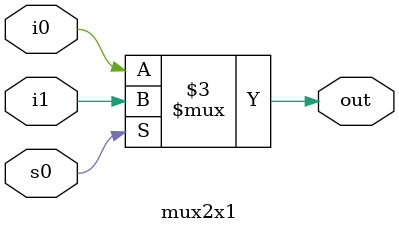
<source format=v>
module mux2x1(i0,
              i1,
              s0,
              out);
    input i0,i1,s0;
    output out;
    
    always @(i0,i1,s0) begin
        if (s0) out = i1;
        else out    = i0;
    end
endmodule

</source>
